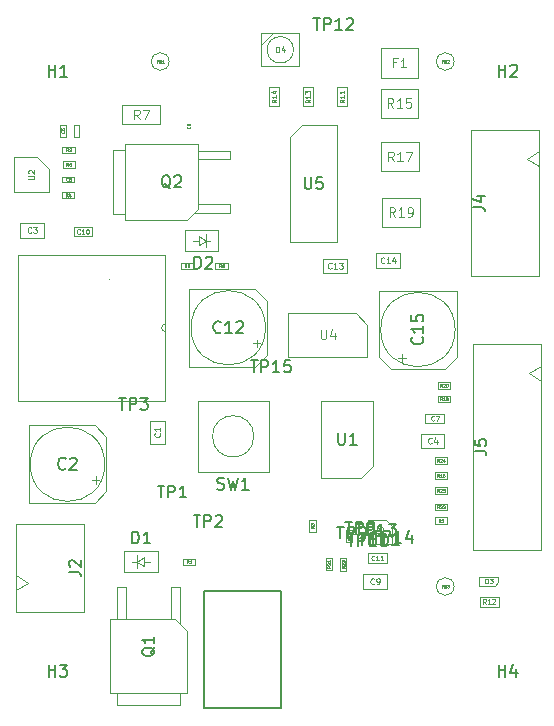
<source format=gbr>
%TF.GenerationSoftware,KiCad,Pcbnew,(6.0.1-0)*%
%TF.CreationDate,2024-02-04T22:08:59-06:00*%
%TF.ProjectId,tackle_sensor_hardware,7461636b-6c65-45f7-9365-6e736f725f68,REV1*%
%TF.SameCoordinates,Original*%
%TF.FileFunction,AssemblyDrawing,Top*%
%FSLAX46Y46*%
G04 Gerber Fmt 4.6, Leading zero omitted, Abs format (unit mm)*
G04 Created by KiCad (PCBNEW (6.0.1-0)) date 2024-02-04 22:08:59*
%MOMM*%
%LPD*%
G01*
G04 APERTURE LIST*
%ADD10C,0.060000*%
%ADD11C,0.100000*%
%ADD12C,0.040000*%
%ADD13C,0.150000*%
%ADD14C,0.120000*%
%ADD15C,0.075000*%
%ADD16C,0.080000*%
%ADD17C,0.127000*%
G04 APERTURE END LIST*
D10*
%TO.C,R14*%
X180012952Y-79442142D02*
X179822476Y-79575476D01*
X180012952Y-79670714D02*
X179612952Y-79670714D01*
X179612952Y-79518333D01*
X179632000Y-79480238D01*
X179651047Y-79461190D01*
X179689142Y-79442142D01*
X179746285Y-79442142D01*
X179784380Y-79461190D01*
X179803428Y-79480238D01*
X179822476Y-79518333D01*
X179822476Y-79670714D01*
X180012952Y-79061190D02*
X180012952Y-79289761D01*
X180012952Y-79175476D02*
X179612952Y-79175476D01*
X179670095Y-79213571D01*
X179708190Y-79251666D01*
X179727238Y-79289761D01*
X179746285Y-78718333D02*
X180012952Y-78718333D01*
X179593904Y-78813571D02*
X179879619Y-78908809D01*
X179879619Y-78661190D01*
D11*
%TO.C,U2*%
X159001890Y-86171152D02*
X159406652Y-86171152D01*
X159454271Y-86147342D01*
X159478080Y-86123533D01*
X159501890Y-86075914D01*
X159501890Y-85980676D01*
X159478080Y-85933057D01*
X159454271Y-85909247D01*
X159406652Y-85885438D01*
X159001890Y-85885438D01*
X159049509Y-85671152D02*
X159025700Y-85647342D01*
X159001890Y-85599723D01*
X159001890Y-85480676D01*
X159025700Y-85433057D01*
X159049509Y-85409247D01*
X159097128Y-85385438D01*
X159144747Y-85385438D01*
X159216176Y-85409247D01*
X159501890Y-85694961D01*
X159501890Y-85385438D01*
D12*
%TO.C,FID2*%
X194095714Y-76185714D02*
X194029047Y-76185714D01*
X194029047Y-76290476D02*
X194029047Y-76090476D01*
X194124285Y-76090476D01*
X194200476Y-76290476D02*
X194200476Y-76090476D01*
X194295714Y-76290476D02*
X194295714Y-76090476D01*
X194343333Y-76090476D01*
X194371904Y-76100000D01*
X194390952Y-76119047D01*
X194400476Y-76138095D01*
X194410000Y-76176190D01*
X194410000Y-76204761D01*
X194400476Y-76242857D01*
X194390952Y-76261904D01*
X194371904Y-76280952D01*
X194343333Y-76290476D01*
X194295714Y-76290476D01*
X194486190Y-76109523D02*
X194495714Y-76100000D01*
X194514761Y-76090476D01*
X194562380Y-76090476D01*
X194581428Y-76100000D01*
X194590952Y-76109523D01*
X194600476Y-76128571D01*
X194600476Y-76147619D01*
X194590952Y-76176190D01*
X194476666Y-76290476D01*
X194600476Y-76290476D01*
D13*
%TO.C,H3*%
X160718795Y-128279580D02*
X160718795Y-127279580D01*
X160718795Y-127755771D02*
X161290223Y-127755771D01*
X161290223Y-128279580D02*
X161290223Y-127279580D01*
X161671176Y-127279580D02*
X162290223Y-127279580D01*
X161956890Y-127660533D01*
X162099747Y-127660533D01*
X162194985Y-127708152D01*
X162242604Y-127755771D01*
X162290223Y-127851009D01*
X162290223Y-128089104D01*
X162242604Y-128184342D01*
X162194985Y-128231961D01*
X162099747Y-128279580D01*
X161814033Y-128279580D01*
X161718795Y-128231961D01*
X161671176Y-128184342D01*
D12*
%TO.C,R16*%
X193755857Y-111369619D02*
X193669190Y-111245809D01*
X193607285Y-111369619D02*
X193607285Y-111109619D01*
X193706333Y-111109619D01*
X193731095Y-111122000D01*
X193743476Y-111134380D01*
X193755857Y-111159142D01*
X193755857Y-111196285D01*
X193743476Y-111221047D01*
X193731095Y-111233428D01*
X193706333Y-111245809D01*
X193607285Y-111245809D01*
X194003476Y-111369619D02*
X193854904Y-111369619D01*
X193929190Y-111369619D02*
X193929190Y-111109619D01*
X193904428Y-111146761D01*
X193879666Y-111171523D01*
X193854904Y-111183904D01*
X194226333Y-111109619D02*
X194176809Y-111109619D01*
X194152047Y-111122000D01*
X194139666Y-111134380D01*
X194114904Y-111171523D01*
X194102523Y-111221047D01*
X194102523Y-111320095D01*
X194114904Y-111344857D01*
X194127285Y-111357238D01*
X194152047Y-111369619D01*
X194201571Y-111369619D01*
X194226333Y-111357238D01*
X194238714Y-111344857D01*
X194251095Y-111320095D01*
X194251095Y-111258190D01*
X194238714Y-111233428D01*
X194226333Y-111221047D01*
X194201571Y-111208666D01*
X194152047Y-111208666D01*
X194127285Y-111221047D01*
X194114904Y-111233428D01*
X194102523Y-111258190D01*
D13*
%TO.C,TP1*%
X169951795Y-112113580D02*
X170523223Y-112113580D01*
X170237509Y-113113580D02*
X170237509Y-112113580D01*
X170856557Y-113113580D02*
X170856557Y-112113580D01*
X171237509Y-112113580D01*
X171332747Y-112161200D01*
X171380366Y-112208819D01*
X171427985Y-112304057D01*
X171427985Y-112446914D01*
X171380366Y-112542152D01*
X171332747Y-112589771D01*
X171237509Y-112637390D01*
X170856557Y-112637390D01*
X172380366Y-113113580D02*
X171808938Y-113113580D01*
X172094652Y-113113580D02*
X172094652Y-112113580D01*
X171999414Y-112256438D01*
X171904176Y-112351676D01*
X171808938Y-112399295D01*
%TO.C,H4*%
X198818795Y-128279580D02*
X198818795Y-127279580D01*
X198818795Y-127755771D02*
X199390223Y-127755771D01*
X199390223Y-128279580D02*
X199390223Y-127279580D01*
X200294985Y-127612914D02*
X200294985Y-128279580D01*
X200056890Y-127231961D02*
X199818795Y-127946247D01*
X200437842Y-127946247D01*
D14*
%TO.C,R7*%
X168428066Y-81072104D02*
X168161400Y-80691152D01*
X167970923Y-81072104D02*
X167970923Y-80272104D01*
X168275685Y-80272104D01*
X168351876Y-80310200D01*
X168389971Y-80348295D01*
X168428066Y-80424485D01*
X168428066Y-80538771D01*
X168389971Y-80614961D01*
X168351876Y-80653057D01*
X168275685Y-80691152D01*
X167970923Y-80691152D01*
X168694733Y-80272104D02*
X169228066Y-80272104D01*
X168885209Y-81072104D01*
D12*
%TO.C,FID3*%
X194095714Y-120635714D02*
X194029047Y-120635714D01*
X194029047Y-120740476D02*
X194029047Y-120540476D01*
X194124285Y-120540476D01*
X194200476Y-120740476D02*
X194200476Y-120540476D01*
X194295714Y-120740476D02*
X194295714Y-120540476D01*
X194343333Y-120540476D01*
X194371904Y-120550000D01*
X194390952Y-120569047D01*
X194400476Y-120588095D01*
X194410000Y-120626190D01*
X194410000Y-120654761D01*
X194400476Y-120692857D01*
X194390952Y-120711904D01*
X194371904Y-120730952D01*
X194343333Y-120740476D01*
X194295714Y-120740476D01*
X194476666Y-120540476D02*
X194600476Y-120540476D01*
X194533809Y-120616666D01*
X194562380Y-120616666D01*
X194581428Y-120626190D01*
X194590952Y-120635714D01*
X194600476Y-120654761D01*
X194600476Y-120702380D01*
X194590952Y-120721428D01*
X194581428Y-120730952D01*
X194562380Y-120740476D01*
X194505238Y-120740476D01*
X194486190Y-120730952D01*
X194476666Y-120721428D01*
%TO.C,R1*%
X172569366Y-118673819D02*
X172482700Y-118550009D01*
X172420795Y-118673819D02*
X172420795Y-118413819D01*
X172519842Y-118413819D01*
X172544604Y-118426200D01*
X172556985Y-118438580D01*
X172569366Y-118463342D01*
X172569366Y-118500485D01*
X172556985Y-118525247D01*
X172544604Y-118537628D01*
X172519842Y-118550009D01*
X172420795Y-118550009D01*
X172816985Y-118673819D02*
X172668414Y-118673819D01*
X172742700Y-118673819D02*
X172742700Y-118413819D01*
X172717938Y-118450961D01*
X172693176Y-118475723D01*
X172668414Y-118488104D01*
D10*
%TO.C,C11*%
X188292357Y-118394257D02*
X188273309Y-118413304D01*
X188216166Y-118432352D01*
X188178071Y-118432352D01*
X188120928Y-118413304D01*
X188082833Y-118375209D01*
X188063785Y-118337114D01*
X188044738Y-118260923D01*
X188044738Y-118203780D01*
X188063785Y-118127590D01*
X188082833Y-118089495D01*
X188120928Y-118051400D01*
X188178071Y-118032352D01*
X188216166Y-118032352D01*
X188273309Y-118051400D01*
X188292357Y-118070447D01*
X188673309Y-118432352D02*
X188444738Y-118432352D01*
X188559023Y-118432352D02*
X188559023Y-118032352D01*
X188520928Y-118089495D01*
X188482833Y-118127590D01*
X188444738Y-118146638D01*
X189054261Y-118432352D02*
X188825690Y-118432352D01*
X188939976Y-118432352D02*
X188939976Y-118032352D01*
X188901880Y-118089495D01*
X188863785Y-118127590D01*
X188825690Y-118146638D01*
D14*
%TO.C,R19*%
X190043514Y-89352504D02*
X189776847Y-88971552D01*
X189586371Y-89352504D02*
X189586371Y-88552504D01*
X189891133Y-88552504D01*
X189967323Y-88590600D01*
X190005419Y-88628695D01*
X190043514Y-88704885D01*
X190043514Y-88819171D01*
X190005419Y-88895361D01*
X189967323Y-88933457D01*
X189891133Y-88971552D01*
X189586371Y-88971552D01*
X190805419Y-89352504D02*
X190348276Y-89352504D01*
X190576847Y-89352504D02*
X190576847Y-88552504D01*
X190500657Y-88666790D01*
X190424466Y-88742980D01*
X190348276Y-88781076D01*
X191186371Y-89352504D02*
X191338752Y-89352504D01*
X191414942Y-89314409D01*
X191453038Y-89276314D01*
X191529228Y-89162028D01*
X191567323Y-89009647D01*
X191567323Y-88704885D01*
X191529228Y-88628695D01*
X191491133Y-88590600D01*
X191414942Y-88552504D01*
X191262561Y-88552504D01*
X191186371Y-88590600D01*
X191148276Y-88628695D01*
X191110180Y-88704885D01*
X191110180Y-88895361D01*
X191148276Y-88971552D01*
X191186371Y-89009647D01*
X191262561Y-89047742D01*
X191414942Y-89047742D01*
X191491133Y-89009647D01*
X191529228Y-88971552D01*
X191567323Y-88895361D01*
%TO.C,R17*%
X189941914Y-84628104D02*
X189675247Y-84247152D01*
X189484771Y-84628104D02*
X189484771Y-83828104D01*
X189789533Y-83828104D01*
X189865723Y-83866200D01*
X189903819Y-83904295D01*
X189941914Y-83980485D01*
X189941914Y-84094771D01*
X189903819Y-84170961D01*
X189865723Y-84209057D01*
X189789533Y-84247152D01*
X189484771Y-84247152D01*
X190703819Y-84628104D02*
X190246676Y-84628104D01*
X190475247Y-84628104D02*
X190475247Y-83828104D01*
X190399057Y-83942390D01*
X190322866Y-84018580D01*
X190246676Y-84056676D01*
X190970485Y-83828104D02*
X191503819Y-83828104D01*
X191160961Y-84628104D01*
D12*
%TO.C,FID1*%
X169965714Y-76185714D02*
X169899047Y-76185714D01*
X169899047Y-76290476D02*
X169899047Y-76090476D01*
X169994285Y-76090476D01*
X170070476Y-76290476D02*
X170070476Y-76090476D01*
X170165714Y-76290476D02*
X170165714Y-76090476D01*
X170213333Y-76090476D01*
X170241904Y-76100000D01*
X170260952Y-76119047D01*
X170270476Y-76138095D01*
X170280000Y-76176190D01*
X170280000Y-76204761D01*
X170270476Y-76242857D01*
X170260952Y-76261904D01*
X170241904Y-76280952D01*
X170213333Y-76290476D01*
X170165714Y-76290476D01*
X170470476Y-76290476D02*
X170356190Y-76290476D01*
X170413333Y-76290476D02*
X170413333Y-76090476D01*
X170394285Y-76119047D01*
X170375238Y-76138095D01*
X170356190Y-76147619D01*
D15*
%TO.C,U3*%
X188516690Y-116397152D02*
X188921452Y-116397152D01*
X188969071Y-116373342D01*
X188992880Y-116349533D01*
X189016690Y-116301914D01*
X189016690Y-116206676D01*
X188992880Y-116159057D01*
X188969071Y-116135247D01*
X188921452Y-116111438D01*
X188516690Y-116111438D01*
X188516690Y-115920961D02*
X188516690Y-115611438D01*
X188707166Y-115778104D01*
X188707166Y-115706676D01*
X188730976Y-115659057D01*
X188754785Y-115635247D01*
X188802404Y-115611438D01*
X188921452Y-115611438D01*
X188969071Y-115635247D01*
X188992880Y-115659057D01*
X189016690Y-115706676D01*
X189016690Y-115849533D01*
X188992880Y-115897152D01*
X188969071Y-115920961D01*
D10*
%TO.C,C7*%
X193354333Y-106568857D02*
X193335285Y-106587904D01*
X193278142Y-106606952D01*
X193240047Y-106606952D01*
X193182904Y-106587904D01*
X193144809Y-106549809D01*
X193125761Y-106511714D01*
X193106714Y-106435523D01*
X193106714Y-106378380D01*
X193125761Y-106302190D01*
X193144809Y-106264095D01*
X193182904Y-106226000D01*
X193240047Y-106206952D01*
X193278142Y-106206952D01*
X193335285Y-106226000D01*
X193354333Y-106245047D01*
X193487666Y-106206952D02*
X193754333Y-106206952D01*
X193582904Y-106606952D01*
D13*
%TO.C,J2*%
X162444080Y-119417533D02*
X163158366Y-119417533D01*
X163301223Y-119465152D01*
X163396461Y-119560390D01*
X163444080Y-119703247D01*
X163444080Y-119798485D01*
X162539319Y-118988961D02*
X162491700Y-118941342D01*
X162444080Y-118846104D01*
X162444080Y-118608009D01*
X162491700Y-118512771D01*
X162539319Y-118465152D01*
X162634557Y-118417533D01*
X162729795Y-118417533D01*
X162872652Y-118465152D01*
X163444080Y-119036580D01*
X163444080Y-118417533D01*
D10*
%TO.C,R12*%
X197761257Y-122113152D02*
X197627923Y-121922676D01*
X197532685Y-122113152D02*
X197532685Y-121713152D01*
X197685066Y-121713152D01*
X197723161Y-121732200D01*
X197742209Y-121751247D01*
X197761257Y-121789342D01*
X197761257Y-121846485D01*
X197742209Y-121884580D01*
X197723161Y-121903628D01*
X197685066Y-121922676D01*
X197532685Y-121922676D01*
X198142209Y-122113152D02*
X197913638Y-122113152D01*
X198027923Y-122113152D02*
X198027923Y-121713152D01*
X197989828Y-121770295D01*
X197951733Y-121808390D01*
X197913638Y-121827438D01*
X198294590Y-121751247D02*
X198313638Y-121732200D01*
X198351733Y-121713152D01*
X198446971Y-121713152D01*
X198485066Y-121732200D01*
X198504114Y-121751247D01*
X198523161Y-121789342D01*
X198523161Y-121827438D01*
X198504114Y-121884580D01*
X198275542Y-122113152D01*
X198523161Y-122113152D01*
D16*
%TO.C,C3*%
X159258366Y-90667771D02*
X159234557Y-90691580D01*
X159163128Y-90715390D01*
X159115509Y-90715390D01*
X159044080Y-90691580D01*
X158996461Y-90643961D01*
X158972652Y-90596342D01*
X158948842Y-90501104D01*
X158948842Y-90429676D01*
X158972652Y-90334438D01*
X158996461Y-90286819D01*
X159044080Y-90239200D01*
X159115509Y-90215390D01*
X159163128Y-90215390D01*
X159234557Y-90239200D01*
X159258366Y-90263009D01*
X159425033Y-90215390D02*
X159734557Y-90215390D01*
X159567890Y-90405866D01*
X159639319Y-90405866D01*
X159686938Y-90429676D01*
X159710747Y-90453485D01*
X159734557Y-90501104D01*
X159734557Y-90620152D01*
X159710747Y-90667771D01*
X159686938Y-90691580D01*
X159639319Y-90715390D01*
X159496461Y-90715390D01*
X159448842Y-90691580D01*
X159425033Y-90667771D01*
D13*
%TO.C,C2*%
X162157033Y-110658342D02*
X162109414Y-110705961D01*
X161966557Y-110753580D01*
X161871319Y-110753580D01*
X161728461Y-110705961D01*
X161633223Y-110610723D01*
X161585604Y-110515485D01*
X161537985Y-110325009D01*
X161537985Y-110182152D01*
X161585604Y-109991676D01*
X161633223Y-109896438D01*
X161728461Y-109801200D01*
X161871319Y-109753580D01*
X161966557Y-109753580D01*
X162109414Y-109801200D01*
X162157033Y-109848819D01*
X162537985Y-109848819D02*
X162585604Y-109801200D01*
X162680842Y-109753580D01*
X162918938Y-109753580D01*
X163014176Y-109801200D01*
X163061795Y-109848819D01*
X163109414Y-109944057D01*
X163109414Y-110039295D01*
X163061795Y-110182152D01*
X162490366Y-110753580D01*
X163109414Y-110753580D01*
D12*
%TO.C,R3*%
X183167719Y-115549533D02*
X183043909Y-115636200D01*
X183167719Y-115698104D02*
X182907719Y-115698104D01*
X182907719Y-115599057D01*
X182920100Y-115574295D01*
X182932480Y-115561914D01*
X182957242Y-115549533D01*
X182994385Y-115549533D01*
X183019147Y-115561914D01*
X183031528Y-115574295D01*
X183043909Y-115599057D01*
X183043909Y-115698104D01*
X182907719Y-115462866D02*
X182907719Y-115301914D01*
X183006766Y-115388580D01*
X183006766Y-115351438D01*
X183019147Y-115326676D01*
X183031528Y-115314295D01*
X183056290Y-115301914D01*
X183118195Y-115301914D01*
X183142957Y-115314295D01*
X183155338Y-115326676D01*
X183167719Y-115351438D01*
X183167719Y-115425723D01*
X183155338Y-115450485D01*
X183142957Y-115462866D01*
%TO.C,R20*%
X194015857Y-103749619D02*
X193929190Y-103625809D01*
X193867285Y-103749619D02*
X193867285Y-103489619D01*
X193966333Y-103489619D01*
X193991095Y-103502000D01*
X194003476Y-103514380D01*
X194015857Y-103539142D01*
X194015857Y-103576285D01*
X194003476Y-103601047D01*
X193991095Y-103613428D01*
X193966333Y-103625809D01*
X193867285Y-103625809D01*
X194114904Y-103514380D02*
X194127285Y-103502000D01*
X194152047Y-103489619D01*
X194213952Y-103489619D01*
X194238714Y-103502000D01*
X194251095Y-103514380D01*
X194263476Y-103539142D01*
X194263476Y-103563904D01*
X194251095Y-103601047D01*
X194102523Y-103749619D01*
X194263476Y-103749619D01*
X194424428Y-103489619D02*
X194449190Y-103489619D01*
X194473952Y-103502000D01*
X194486333Y-103514380D01*
X194498714Y-103539142D01*
X194511095Y-103588666D01*
X194511095Y-103650571D01*
X194498714Y-103700095D01*
X194486333Y-103724857D01*
X194473952Y-103737238D01*
X194449190Y-103749619D01*
X194424428Y-103749619D01*
X194399666Y-103737238D01*
X194387285Y-103724857D01*
X194374904Y-103700095D01*
X194362523Y-103650571D01*
X194362523Y-103588666D01*
X194374904Y-103539142D01*
X194387285Y-103514380D01*
X194399666Y-103502000D01*
X194424428Y-103489619D01*
D10*
%TO.C,R11*%
X185753352Y-79442142D02*
X185562876Y-79575476D01*
X185753352Y-79670714D02*
X185353352Y-79670714D01*
X185353352Y-79518333D01*
X185372400Y-79480238D01*
X185391447Y-79461190D01*
X185429542Y-79442142D01*
X185486685Y-79442142D01*
X185524780Y-79461190D01*
X185543828Y-79480238D01*
X185562876Y-79518333D01*
X185562876Y-79670714D01*
X185753352Y-79061190D02*
X185753352Y-79289761D01*
X185753352Y-79175476D02*
X185353352Y-79175476D01*
X185410495Y-79213571D01*
X185448590Y-79251666D01*
X185467638Y-79289761D01*
X185753352Y-78680238D02*
X185753352Y-78908809D01*
X185753352Y-78794523D02*
X185353352Y-78794523D01*
X185410495Y-78832619D01*
X185448590Y-78870714D01*
X185467638Y-78908809D01*
D12*
%TO.C,R4*%
X162329166Y-87635019D02*
X162242500Y-87511209D01*
X162180595Y-87635019D02*
X162180595Y-87375019D01*
X162279642Y-87375019D01*
X162304404Y-87387400D01*
X162316785Y-87399780D01*
X162329166Y-87424542D01*
X162329166Y-87461685D01*
X162316785Y-87486447D01*
X162304404Y-87498828D01*
X162279642Y-87511209D01*
X162180595Y-87511209D01*
X162552023Y-87461685D02*
X162552023Y-87635019D01*
X162490119Y-87362638D02*
X162428214Y-87548352D01*
X162589166Y-87548352D01*
D13*
%TO.C,TP11*%
X187001604Y-116139780D02*
X187573033Y-116139780D01*
X187287319Y-117139780D02*
X187287319Y-116139780D01*
X187906366Y-117139780D02*
X187906366Y-116139780D01*
X188287319Y-116139780D01*
X188382557Y-116187400D01*
X188430176Y-116235019D01*
X188477795Y-116330257D01*
X188477795Y-116473114D01*
X188430176Y-116568352D01*
X188382557Y-116615971D01*
X188287319Y-116663590D01*
X187906366Y-116663590D01*
X189430176Y-117139780D02*
X188858747Y-117139780D01*
X189144461Y-117139780D02*
X189144461Y-116139780D01*
X189049223Y-116282638D01*
X188953985Y-116377876D01*
X188858747Y-116425495D01*
X190382557Y-117139780D02*
X189811128Y-117139780D01*
X190096842Y-117139780D02*
X190096842Y-116139780D01*
X190001604Y-116282638D01*
X189906366Y-116377876D01*
X189811128Y-116425495D01*
%TO.C,C15*%
X192348042Y-99539457D02*
X192395661Y-99587076D01*
X192443280Y-99729933D01*
X192443280Y-99825171D01*
X192395661Y-99968028D01*
X192300423Y-100063266D01*
X192205185Y-100110885D01*
X192014709Y-100158504D01*
X191871852Y-100158504D01*
X191681376Y-100110885D01*
X191586138Y-100063266D01*
X191490900Y-99968028D01*
X191443280Y-99825171D01*
X191443280Y-99729933D01*
X191490900Y-99587076D01*
X191538519Y-99539457D01*
X192443280Y-98587076D02*
X192443280Y-99158504D01*
X192443280Y-98872790D02*
X191443280Y-98872790D01*
X191586138Y-98968028D01*
X191681376Y-99063266D01*
X191728995Y-99158504D01*
X191443280Y-97682314D02*
X191443280Y-98158504D01*
X191919471Y-98206123D01*
X191871852Y-98158504D01*
X191824233Y-98063266D01*
X191824233Y-97825171D01*
X191871852Y-97729933D01*
X191919471Y-97682314D01*
X192014709Y-97634695D01*
X192252804Y-97634695D01*
X192348042Y-97682314D01*
X192395661Y-97729933D01*
X192443280Y-97825171D01*
X192443280Y-98063266D01*
X192395661Y-98158504D01*
X192348042Y-98206123D01*
%TO.C,SW1*%
X175011166Y-112393761D02*
X175154023Y-112441380D01*
X175392119Y-112441380D01*
X175487357Y-112393761D01*
X175534976Y-112346142D01*
X175582595Y-112250904D01*
X175582595Y-112155666D01*
X175534976Y-112060428D01*
X175487357Y-112012809D01*
X175392119Y-111965190D01*
X175201642Y-111917571D01*
X175106404Y-111869952D01*
X175058785Y-111822333D01*
X175011166Y-111727095D01*
X175011166Y-111631857D01*
X175058785Y-111536619D01*
X175106404Y-111489000D01*
X175201642Y-111441380D01*
X175439738Y-111441380D01*
X175582595Y-111489000D01*
X175915928Y-111441380D02*
X176154023Y-112441380D01*
X176344500Y-111727095D01*
X176534976Y-112441380D01*
X176773071Y-111441380D01*
X177677833Y-112441380D02*
X177106404Y-112441380D01*
X177392119Y-112441380D02*
X177392119Y-111441380D01*
X177296880Y-111584238D01*
X177201642Y-111679476D01*
X177106404Y-111727095D01*
%TO.C,U1*%
X185234595Y-107645380D02*
X185234595Y-108454904D01*
X185282214Y-108550142D01*
X185329833Y-108597761D01*
X185425071Y-108645380D01*
X185615547Y-108645380D01*
X185710785Y-108597761D01*
X185758404Y-108550142D01*
X185806023Y-108454904D01*
X185806023Y-107645380D01*
X186806023Y-108645380D02*
X186234595Y-108645380D01*
X186520309Y-108645380D02*
X186520309Y-107645380D01*
X186425071Y-107788238D01*
X186329833Y-107883476D01*
X186234595Y-107931095D01*
D12*
%TO.C,R18*%
X194015857Y-104892619D02*
X193929190Y-104768809D01*
X193867285Y-104892619D02*
X193867285Y-104632619D01*
X193966333Y-104632619D01*
X193991095Y-104645000D01*
X194003476Y-104657380D01*
X194015857Y-104682142D01*
X194015857Y-104719285D01*
X194003476Y-104744047D01*
X193991095Y-104756428D01*
X193966333Y-104768809D01*
X193867285Y-104768809D01*
X194263476Y-104892619D02*
X194114904Y-104892619D01*
X194189190Y-104892619D02*
X194189190Y-104632619D01*
X194164428Y-104669761D01*
X194139666Y-104694523D01*
X194114904Y-104706904D01*
X194412047Y-104744047D02*
X194387285Y-104731666D01*
X194374904Y-104719285D01*
X194362523Y-104694523D01*
X194362523Y-104682142D01*
X194374904Y-104657380D01*
X194387285Y-104645000D01*
X194412047Y-104632619D01*
X194461571Y-104632619D01*
X194486333Y-104645000D01*
X194498714Y-104657380D01*
X194511095Y-104682142D01*
X194511095Y-104694523D01*
X194498714Y-104719285D01*
X194486333Y-104731666D01*
X194461571Y-104744047D01*
X194412047Y-104744047D01*
X194387285Y-104756428D01*
X194374904Y-104768809D01*
X194362523Y-104793571D01*
X194362523Y-104843095D01*
X194374904Y-104867857D01*
X194387285Y-104880238D01*
X194412047Y-104892619D01*
X194461571Y-104892619D01*
X194486333Y-104880238D01*
X194498714Y-104867857D01*
X194511095Y-104843095D01*
X194511095Y-104793571D01*
X194498714Y-104768809D01*
X194486333Y-104756428D01*
X194461571Y-104744047D01*
D16*
%TO.C,C9*%
X188285566Y-120411171D02*
X188261757Y-120434980D01*
X188190328Y-120458790D01*
X188142709Y-120458790D01*
X188071280Y-120434980D01*
X188023661Y-120387361D01*
X187999852Y-120339742D01*
X187976042Y-120244504D01*
X187976042Y-120173076D01*
X187999852Y-120077838D01*
X188023661Y-120030219D01*
X188071280Y-119982600D01*
X188142709Y-119958790D01*
X188190328Y-119958790D01*
X188261757Y-119982600D01*
X188285566Y-120006409D01*
X188523661Y-120458790D02*
X188618900Y-120458790D01*
X188666519Y-120434980D01*
X188690328Y-120411171D01*
X188737947Y-120339742D01*
X188761757Y-120244504D01*
X188761757Y-120054028D01*
X188737947Y-120006409D01*
X188714138Y-119982600D01*
X188666519Y-119958790D01*
X188571280Y-119958790D01*
X188523661Y-119982600D01*
X188499852Y-120006409D01*
X188476042Y-120054028D01*
X188476042Y-120173076D01*
X188499852Y-120220695D01*
X188523661Y-120244504D01*
X188571280Y-120268314D01*
X188666519Y-120268314D01*
X188714138Y-120244504D01*
X188737947Y-120220695D01*
X188761757Y-120173076D01*
D13*
%TO.C,U5*%
X182405033Y-86015533D02*
X182405033Y-86808866D01*
X182451700Y-86902200D01*
X182498366Y-86948866D01*
X182591700Y-86995533D01*
X182778366Y-86995533D01*
X182871700Y-86948866D01*
X182918366Y-86902200D01*
X182965033Y-86808866D01*
X182965033Y-86015533D01*
X183898366Y-86015533D02*
X183431700Y-86015533D01*
X183385033Y-86482200D01*
X183431700Y-86435533D01*
X183525033Y-86388866D01*
X183758366Y-86388866D01*
X183851700Y-86435533D01*
X183898366Y-86482200D01*
X183945033Y-86575533D01*
X183945033Y-86808866D01*
X183898366Y-86902200D01*
X183851700Y-86948866D01*
X183758366Y-86995533D01*
X183525033Y-86995533D01*
X183431700Y-86948866D01*
X183385033Y-86902200D01*
%TO.C,TP13*%
X186747604Y-115326980D02*
X187319033Y-115326980D01*
X187033319Y-116326980D02*
X187033319Y-115326980D01*
X187652366Y-116326980D02*
X187652366Y-115326980D01*
X188033319Y-115326980D01*
X188128557Y-115374600D01*
X188176176Y-115422219D01*
X188223795Y-115517457D01*
X188223795Y-115660314D01*
X188176176Y-115755552D01*
X188128557Y-115803171D01*
X188033319Y-115850790D01*
X187652366Y-115850790D01*
X189176176Y-116326980D02*
X188604747Y-116326980D01*
X188890461Y-116326980D02*
X188890461Y-115326980D01*
X188795223Y-115469838D01*
X188699985Y-115565076D01*
X188604747Y-115612695D01*
X189509509Y-115326980D02*
X190128557Y-115326980D01*
X189795223Y-115707933D01*
X189938080Y-115707933D01*
X190033319Y-115755552D01*
X190080938Y-115803171D01*
X190128557Y-115898409D01*
X190128557Y-116136504D01*
X190080938Y-116231742D01*
X190033319Y-116279361D01*
X189938080Y-116326980D01*
X189652366Y-116326980D01*
X189557128Y-116279361D01*
X189509509Y-116231742D01*
%TO.C,TP8*%
X185852195Y-115174580D02*
X186423623Y-115174580D01*
X186137909Y-116174580D02*
X186137909Y-115174580D01*
X186756957Y-116174580D02*
X186756957Y-115174580D01*
X187137909Y-115174580D01*
X187233147Y-115222200D01*
X187280766Y-115269819D01*
X187328385Y-115365057D01*
X187328385Y-115507914D01*
X187280766Y-115603152D01*
X187233147Y-115650771D01*
X187137909Y-115698390D01*
X186756957Y-115698390D01*
X187899814Y-115603152D02*
X187804576Y-115555533D01*
X187756957Y-115507914D01*
X187709338Y-115412676D01*
X187709338Y-115365057D01*
X187756957Y-115269819D01*
X187804576Y-115222200D01*
X187899814Y-115174580D01*
X188090290Y-115174580D01*
X188185528Y-115222200D01*
X188233147Y-115269819D01*
X188280766Y-115365057D01*
X188280766Y-115412676D01*
X188233147Y-115507914D01*
X188185528Y-115555533D01*
X188090290Y-115603152D01*
X187899814Y-115603152D01*
X187804576Y-115650771D01*
X187756957Y-115698390D01*
X187709338Y-115793628D01*
X187709338Y-115984104D01*
X187756957Y-116079342D01*
X187804576Y-116126961D01*
X187899814Y-116174580D01*
X188090290Y-116174580D01*
X188185528Y-116126961D01*
X188233147Y-116079342D01*
X188280766Y-115984104D01*
X188280766Y-115793628D01*
X188233147Y-115698390D01*
X188185528Y-115650771D01*
X188090290Y-115603152D01*
D12*
%TO.C,R9*%
X172387566Y-93629419D02*
X172300900Y-93505609D01*
X172238995Y-93629419D02*
X172238995Y-93369419D01*
X172338042Y-93369419D01*
X172362804Y-93381800D01*
X172375185Y-93394180D01*
X172387566Y-93418942D01*
X172387566Y-93456085D01*
X172375185Y-93480847D01*
X172362804Y-93493228D01*
X172338042Y-93505609D01*
X172238995Y-93505609D01*
X172511376Y-93629419D02*
X172560900Y-93629419D01*
X172585661Y-93617038D01*
X172598042Y-93604657D01*
X172622804Y-93567514D01*
X172635185Y-93517990D01*
X172635185Y-93418942D01*
X172622804Y-93394180D01*
X172610423Y-93381800D01*
X172585661Y-93369419D01*
X172536138Y-93369419D01*
X172511376Y-93381800D01*
X172498995Y-93394180D01*
X172486614Y-93418942D01*
X172486614Y-93480847D01*
X172498995Y-93505609D01*
X172511376Y-93517990D01*
X172536138Y-93530371D01*
X172585661Y-93530371D01*
X172610423Y-93517990D01*
X172622804Y-93505609D01*
X172635185Y-93480847D01*
%TO.C,R2*%
X162379966Y-83819819D02*
X162293300Y-83696009D01*
X162231395Y-83819819D02*
X162231395Y-83559819D01*
X162330442Y-83559819D01*
X162355204Y-83572200D01*
X162367585Y-83584580D01*
X162379966Y-83609342D01*
X162379966Y-83646485D01*
X162367585Y-83671247D01*
X162355204Y-83683628D01*
X162330442Y-83696009D01*
X162231395Y-83696009D01*
X162479014Y-83584580D02*
X162491395Y-83572200D01*
X162516157Y-83559819D01*
X162578061Y-83559819D01*
X162602823Y-83572200D01*
X162615204Y-83584580D01*
X162627585Y-83609342D01*
X162627585Y-83634104D01*
X162615204Y-83671247D01*
X162466633Y-83819819D01*
X162627585Y-83819819D01*
%TO.C,R22*%
X193763857Y-114036619D02*
X193677190Y-113912809D01*
X193615285Y-114036619D02*
X193615285Y-113776619D01*
X193714333Y-113776619D01*
X193739095Y-113789000D01*
X193751476Y-113801380D01*
X193763857Y-113826142D01*
X193763857Y-113863285D01*
X193751476Y-113888047D01*
X193739095Y-113900428D01*
X193714333Y-113912809D01*
X193615285Y-113912809D01*
X193862904Y-113801380D02*
X193875285Y-113789000D01*
X193900047Y-113776619D01*
X193961952Y-113776619D01*
X193986714Y-113789000D01*
X193999095Y-113801380D01*
X194011476Y-113826142D01*
X194011476Y-113850904D01*
X193999095Y-113888047D01*
X193850523Y-114036619D01*
X194011476Y-114036619D01*
X194110523Y-113801380D02*
X194122904Y-113789000D01*
X194147666Y-113776619D01*
X194209571Y-113776619D01*
X194234333Y-113789000D01*
X194246714Y-113801380D01*
X194259095Y-113826142D01*
X194259095Y-113850904D01*
X194246714Y-113888047D01*
X194098142Y-114036619D01*
X194259095Y-114036619D01*
%TO.C,R23*%
X185791619Y-118939542D02*
X185667809Y-119026209D01*
X185791619Y-119088114D02*
X185531619Y-119088114D01*
X185531619Y-118989066D01*
X185544000Y-118964304D01*
X185556380Y-118951923D01*
X185581142Y-118939542D01*
X185618285Y-118939542D01*
X185643047Y-118951923D01*
X185655428Y-118964304D01*
X185667809Y-118989066D01*
X185667809Y-119088114D01*
X185556380Y-118840495D02*
X185544000Y-118828114D01*
X185531619Y-118803352D01*
X185531619Y-118741447D01*
X185544000Y-118716685D01*
X185556380Y-118704304D01*
X185581142Y-118691923D01*
X185605904Y-118691923D01*
X185643047Y-118704304D01*
X185791619Y-118852876D01*
X185791619Y-118691923D01*
X185531619Y-118605257D02*
X185531619Y-118444304D01*
X185630666Y-118530971D01*
X185630666Y-118493828D01*
X185643047Y-118469066D01*
X185655428Y-118456685D01*
X185680190Y-118444304D01*
X185742095Y-118444304D01*
X185766857Y-118456685D01*
X185779238Y-118469066D01*
X185791619Y-118493828D01*
X185791619Y-118568114D01*
X185779238Y-118592876D01*
X185766857Y-118605257D01*
%TO.C,R8*%
X175333966Y-93629419D02*
X175247300Y-93505609D01*
X175185395Y-93629419D02*
X175185395Y-93369419D01*
X175284442Y-93369419D01*
X175309204Y-93381800D01*
X175321585Y-93394180D01*
X175333966Y-93418942D01*
X175333966Y-93456085D01*
X175321585Y-93480847D01*
X175309204Y-93493228D01*
X175284442Y-93505609D01*
X175185395Y-93505609D01*
X175482538Y-93480847D02*
X175457776Y-93468466D01*
X175445395Y-93456085D01*
X175433014Y-93431323D01*
X175433014Y-93418942D01*
X175445395Y-93394180D01*
X175457776Y-93381800D01*
X175482538Y-93369419D01*
X175532061Y-93369419D01*
X175556823Y-93381800D01*
X175569204Y-93394180D01*
X175581585Y-93418942D01*
X175581585Y-93431323D01*
X175569204Y-93456085D01*
X175556823Y-93468466D01*
X175532061Y-93480847D01*
X175482538Y-93480847D01*
X175457776Y-93493228D01*
X175445395Y-93505609D01*
X175433014Y-93530371D01*
X175433014Y-93579895D01*
X175445395Y-93604657D01*
X175457776Y-93617038D01*
X175482538Y-93629419D01*
X175532061Y-93629419D01*
X175556823Y-93617038D01*
X175569204Y-93604657D01*
X175581585Y-93579895D01*
X175581585Y-93530371D01*
X175569204Y-93505609D01*
X175556823Y-93493228D01*
X175532061Y-93480847D01*
%TO.C,R5*%
X193887666Y-115179619D02*
X193801000Y-115055809D01*
X193739095Y-115179619D02*
X193739095Y-114919619D01*
X193838142Y-114919619D01*
X193862904Y-114932000D01*
X193875285Y-114944380D01*
X193887666Y-114969142D01*
X193887666Y-115006285D01*
X193875285Y-115031047D01*
X193862904Y-115043428D01*
X193838142Y-115055809D01*
X193739095Y-115055809D01*
X194122904Y-114919619D02*
X193999095Y-114919619D01*
X193986714Y-115043428D01*
X193999095Y-115031047D01*
X194023857Y-115018666D01*
X194085761Y-115018666D01*
X194110523Y-115031047D01*
X194122904Y-115043428D01*
X194135285Y-115068190D01*
X194135285Y-115130095D01*
X194122904Y-115154857D01*
X194110523Y-115167238D01*
X194085761Y-115179619D01*
X194023857Y-115179619D01*
X193999095Y-115167238D01*
X193986714Y-115154857D01*
D13*
%TO.C,Q1*%
X169730319Y-125798438D02*
X169682700Y-125893676D01*
X169587461Y-125988914D01*
X169444604Y-126131771D01*
X169396985Y-126227009D01*
X169396985Y-126322247D01*
X169635080Y-126274628D02*
X169587461Y-126369866D01*
X169492223Y-126465104D01*
X169301747Y-126512723D01*
X168968414Y-126512723D01*
X168777938Y-126465104D01*
X168682700Y-126369866D01*
X168635080Y-126274628D01*
X168635080Y-126084152D01*
X168682700Y-125988914D01*
X168777938Y-125893676D01*
X168968414Y-125846057D01*
X169301747Y-125846057D01*
X169492223Y-125893676D01*
X169587461Y-125988914D01*
X169635080Y-126084152D01*
X169635080Y-126274628D01*
X169635080Y-124893676D02*
X169635080Y-125465104D01*
X169635080Y-125179390D02*
X168635080Y-125179390D01*
X168777938Y-125274628D01*
X168873176Y-125369866D01*
X168920795Y-125465104D01*
D12*
%TO.C,C6*%
X172671985Y-81714466D02*
X172683890Y-81726371D01*
X172695795Y-81762085D01*
X172695795Y-81785895D01*
X172683890Y-81821609D01*
X172660080Y-81845419D01*
X172636271Y-81857323D01*
X172588652Y-81869228D01*
X172552938Y-81869228D01*
X172505319Y-81857323D01*
X172481509Y-81845419D01*
X172457700Y-81821609D01*
X172445795Y-81785895D01*
X172445795Y-81762085D01*
X172457700Y-81726371D01*
X172469604Y-81714466D01*
X172445795Y-81500180D02*
X172445795Y-81547800D01*
X172457700Y-81571609D01*
X172469604Y-81583514D01*
X172505319Y-81607323D01*
X172552938Y-81619228D01*
X172648176Y-81619228D01*
X172671985Y-81607323D01*
X172683890Y-81595419D01*
X172695795Y-81571609D01*
X172695795Y-81523990D01*
X172683890Y-81500180D01*
X172671985Y-81488276D01*
X172648176Y-81476371D01*
X172588652Y-81476371D01*
X172564842Y-81488276D01*
X172552938Y-81500180D01*
X172541033Y-81523990D01*
X172541033Y-81571609D01*
X172552938Y-81595419D01*
X172564842Y-81607323D01*
X172588652Y-81619228D01*
D10*
%TO.C,R13*%
X182857752Y-79442142D02*
X182667276Y-79575476D01*
X182857752Y-79670714D02*
X182457752Y-79670714D01*
X182457752Y-79518333D01*
X182476800Y-79480238D01*
X182495847Y-79461190D01*
X182533942Y-79442142D01*
X182591085Y-79442142D01*
X182629180Y-79461190D01*
X182648228Y-79480238D01*
X182667276Y-79518333D01*
X182667276Y-79670714D01*
X182857752Y-79061190D02*
X182857752Y-79289761D01*
X182857752Y-79175476D02*
X182457752Y-79175476D01*
X182514895Y-79213571D01*
X182552990Y-79251666D01*
X182572038Y-79289761D01*
X182457752Y-78927857D02*
X182457752Y-78680238D01*
X182610133Y-78813571D01*
X182610133Y-78756428D01*
X182629180Y-78718333D01*
X182648228Y-78699285D01*
X182686323Y-78680238D01*
X182781561Y-78680238D01*
X182819657Y-78699285D01*
X182838704Y-78718333D01*
X182857752Y-78756428D01*
X182857752Y-78870714D01*
X182838704Y-78908809D01*
X182819657Y-78927857D01*
D12*
%TO.C,R21*%
X184572419Y-118937542D02*
X184448609Y-119024209D01*
X184572419Y-119086114D02*
X184312419Y-119086114D01*
X184312419Y-118987066D01*
X184324800Y-118962304D01*
X184337180Y-118949923D01*
X184361942Y-118937542D01*
X184399085Y-118937542D01*
X184423847Y-118949923D01*
X184436228Y-118962304D01*
X184448609Y-118987066D01*
X184448609Y-119086114D01*
X184337180Y-118838495D02*
X184324800Y-118826114D01*
X184312419Y-118801352D01*
X184312419Y-118739447D01*
X184324800Y-118714685D01*
X184337180Y-118702304D01*
X184361942Y-118689923D01*
X184386704Y-118689923D01*
X184423847Y-118702304D01*
X184572419Y-118850876D01*
X184572419Y-118689923D01*
X184572419Y-118442304D02*
X184572419Y-118590876D01*
X184572419Y-118516590D02*
X184312419Y-118516590D01*
X184349561Y-118541352D01*
X184374323Y-118566114D01*
X184386704Y-118590876D01*
%TO.C,C8*%
X162355633Y-86280685D02*
X162343728Y-86292590D01*
X162308014Y-86304495D01*
X162284204Y-86304495D01*
X162248490Y-86292590D01*
X162224680Y-86268780D01*
X162212776Y-86244971D01*
X162200871Y-86197352D01*
X162200871Y-86161638D01*
X162212776Y-86114019D01*
X162224680Y-86090209D01*
X162248490Y-86066400D01*
X162284204Y-86054495D01*
X162308014Y-86054495D01*
X162343728Y-86066400D01*
X162355633Y-86078304D01*
X162498490Y-86161638D02*
X162474680Y-86149733D01*
X162462776Y-86137828D01*
X162450871Y-86114019D01*
X162450871Y-86102114D01*
X162462776Y-86078304D01*
X162474680Y-86066400D01*
X162498490Y-86054495D01*
X162546109Y-86054495D01*
X162569919Y-86066400D01*
X162581823Y-86078304D01*
X162593728Y-86102114D01*
X162593728Y-86114019D01*
X162581823Y-86137828D01*
X162569919Y-86149733D01*
X162546109Y-86161638D01*
X162498490Y-86161638D01*
X162474680Y-86173542D01*
X162462776Y-86185447D01*
X162450871Y-86209257D01*
X162450871Y-86256876D01*
X162462776Y-86280685D01*
X162474680Y-86292590D01*
X162498490Y-86304495D01*
X162546109Y-86304495D01*
X162569919Y-86292590D01*
X162581823Y-86280685D01*
X162593728Y-86256876D01*
X162593728Y-86209257D01*
X162581823Y-86185447D01*
X162569919Y-86173542D01*
X162546109Y-86161638D01*
D10*
%TO.C,D3*%
X197697661Y-120385952D02*
X197697661Y-119985952D01*
X197792900Y-119985952D01*
X197850042Y-120005000D01*
X197888138Y-120043095D01*
X197907185Y-120081190D01*
X197926233Y-120157380D01*
X197926233Y-120214523D01*
X197907185Y-120290714D01*
X197888138Y-120328809D01*
X197850042Y-120366904D01*
X197792900Y-120385952D01*
X197697661Y-120385952D01*
X198059566Y-119985952D02*
X198307185Y-119985952D01*
X198173852Y-120138333D01*
X198230995Y-120138333D01*
X198269090Y-120157380D01*
X198288138Y-120176428D01*
X198307185Y-120214523D01*
X198307185Y-120309761D01*
X198288138Y-120347857D01*
X198269090Y-120366904D01*
X198230995Y-120385952D01*
X198116709Y-120385952D01*
X198078614Y-120366904D01*
X198059566Y-120347857D01*
D12*
%TO.C,R6*%
X162381966Y-85039019D02*
X162295300Y-84915209D01*
X162233395Y-85039019D02*
X162233395Y-84779019D01*
X162332442Y-84779019D01*
X162357204Y-84791400D01*
X162369585Y-84803780D01*
X162381966Y-84828542D01*
X162381966Y-84865685D01*
X162369585Y-84890447D01*
X162357204Y-84902828D01*
X162332442Y-84915209D01*
X162233395Y-84915209D01*
X162604823Y-84779019D02*
X162555300Y-84779019D01*
X162530538Y-84791400D01*
X162518157Y-84803780D01*
X162493395Y-84840923D01*
X162481014Y-84890447D01*
X162481014Y-84989495D01*
X162493395Y-85014257D01*
X162505776Y-85026638D01*
X162530538Y-85039019D01*
X162580061Y-85039019D01*
X162604823Y-85026638D01*
X162617204Y-85014257D01*
X162629585Y-84989495D01*
X162629585Y-84927590D01*
X162617204Y-84902828D01*
X162604823Y-84890447D01*
X162580061Y-84878066D01*
X162530538Y-84878066D01*
X162505776Y-84890447D01*
X162493395Y-84902828D01*
X162481014Y-84927590D01*
%TO.C,C5*%
X162006585Y-82095466D02*
X162018490Y-82107371D01*
X162030395Y-82143085D01*
X162030395Y-82166895D01*
X162018490Y-82202609D01*
X161994680Y-82226419D01*
X161970871Y-82238323D01*
X161923252Y-82250228D01*
X161887538Y-82250228D01*
X161839919Y-82238323D01*
X161816109Y-82226419D01*
X161792300Y-82202609D01*
X161780395Y-82166895D01*
X161780395Y-82143085D01*
X161792300Y-82107371D01*
X161804204Y-82095466D01*
X161780395Y-81869276D02*
X161780395Y-81988323D01*
X161899442Y-82000228D01*
X161887538Y-81988323D01*
X161875633Y-81964514D01*
X161875633Y-81904990D01*
X161887538Y-81881180D01*
X161899442Y-81869276D01*
X161923252Y-81857371D01*
X161982776Y-81857371D01*
X162006585Y-81869276D01*
X162018490Y-81881180D01*
X162030395Y-81904990D01*
X162030395Y-81964514D01*
X162018490Y-81988323D01*
X162006585Y-82000228D01*
D13*
%TO.C,J5*%
X196794380Y-109172333D02*
X197508666Y-109172333D01*
X197651523Y-109219952D01*
X197746761Y-109315190D01*
X197794380Y-109458047D01*
X197794380Y-109553285D01*
X196794380Y-108219952D02*
X196794380Y-108696142D01*
X197270571Y-108743761D01*
X197222952Y-108696142D01*
X197175333Y-108600904D01*
X197175333Y-108362809D01*
X197222952Y-108267571D01*
X197270571Y-108219952D01*
X197365809Y-108172333D01*
X197603904Y-108172333D01*
X197699142Y-108219952D01*
X197746761Y-108267571D01*
X197794380Y-108362809D01*
X197794380Y-108600904D01*
X197746761Y-108696142D01*
X197699142Y-108743761D01*
%TO.C,J4*%
X196634280Y-88516533D02*
X197348566Y-88516533D01*
X197491423Y-88564152D01*
X197586661Y-88659390D01*
X197634280Y-88802247D01*
X197634280Y-88897485D01*
X196967614Y-87611771D02*
X197634280Y-87611771D01*
X196586661Y-87849866D02*
X197300947Y-88087961D01*
X197300947Y-87468914D01*
D10*
%TO.C,C10*%
X163374357Y-90759057D02*
X163355309Y-90778104D01*
X163298166Y-90797152D01*
X163260071Y-90797152D01*
X163202928Y-90778104D01*
X163164833Y-90740009D01*
X163145785Y-90701914D01*
X163126738Y-90625723D01*
X163126738Y-90568580D01*
X163145785Y-90492390D01*
X163164833Y-90454295D01*
X163202928Y-90416200D01*
X163260071Y-90397152D01*
X163298166Y-90397152D01*
X163355309Y-90416200D01*
X163374357Y-90435247D01*
X163755309Y-90797152D02*
X163526738Y-90797152D01*
X163641023Y-90797152D02*
X163641023Y-90397152D01*
X163602928Y-90454295D01*
X163564833Y-90492390D01*
X163526738Y-90511438D01*
X164002928Y-90397152D02*
X164041023Y-90397152D01*
X164079119Y-90416200D01*
X164098166Y-90435247D01*
X164117214Y-90473342D01*
X164136261Y-90549533D01*
X164136261Y-90644771D01*
X164117214Y-90720961D01*
X164098166Y-90759057D01*
X164079119Y-90778104D01*
X164041023Y-90797152D01*
X164002928Y-90797152D01*
X163964833Y-90778104D01*
X163945785Y-90759057D01*
X163926738Y-90720961D01*
X163907690Y-90644771D01*
X163907690Y-90549533D01*
X163926738Y-90473342D01*
X163945785Y-90435247D01*
X163964833Y-90416200D01*
X164002928Y-90397152D01*
D14*
%TO.C,U4*%
X183761376Y-98915704D02*
X183761376Y-99563323D01*
X183799471Y-99639514D01*
X183837566Y-99677609D01*
X183913757Y-99715704D01*
X184066138Y-99715704D01*
X184142328Y-99677609D01*
X184180423Y-99639514D01*
X184218519Y-99563323D01*
X184218519Y-98915704D01*
X184942328Y-99182371D02*
X184942328Y-99715704D01*
X184751852Y-98877609D02*
X184561376Y-99449038D01*
X185056614Y-99449038D01*
D16*
%TO.C,C14*%
X189144671Y-93233171D02*
X189120861Y-93256980D01*
X189049433Y-93280790D01*
X189001814Y-93280790D01*
X188930385Y-93256980D01*
X188882766Y-93209361D01*
X188858957Y-93161742D01*
X188835147Y-93066504D01*
X188835147Y-92995076D01*
X188858957Y-92899838D01*
X188882766Y-92852219D01*
X188930385Y-92804600D01*
X189001814Y-92780790D01*
X189049433Y-92780790D01*
X189120861Y-92804600D01*
X189144671Y-92828409D01*
X189620861Y-93280790D02*
X189335147Y-93280790D01*
X189478004Y-93280790D02*
X189478004Y-92780790D01*
X189430385Y-92852219D01*
X189382766Y-92899838D01*
X189335147Y-92923647D01*
X190049433Y-92947457D02*
X190049433Y-93280790D01*
X189930385Y-92756980D02*
X189811338Y-93114123D01*
X190120861Y-93114123D01*
D13*
%TO.C,C12*%
X175295242Y-99101342D02*
X175247623Y-99148961D01*
X175104766Y-99196580D01*
X175009528Y-99196580D01*
X174866671Y-99148961D01*
X174771433Y-99053723D01*
X174723814Y-98958485D01*
X174676195Y-98768009D01*
X174676195Y-98625152D01*
X174723814Y-98434676D01*
X174771433Y-98339438D01*
X174866671Y-98244200D01*
X175009528Y-98196580D01*
X175104766Y-98196580D01*
X175247623Y-98244200D01*
X175295242Y-98291819D01*
X176247623Y-99196580D02*
X175676195Y-99196580D01*
X175961909Y-99196580D02*
X175961909Y-98196580D01*
X175866671Y-98339438D01*
X175771433Y-98434676D01*
X175676195Y-98482295D01*
X176628576Y-98291819D02*
X176676195Y-98244200D01*
X176771433Y-98196580D01*
X177009528Y-98196580D01*
X177104766Y-98244200D01*
X177152385Y-98291819D01*
X177200004Y-98387057D01*
X177200004Y-98482295D01*
X177152385Y-98625152D01*
X176580957Y-99196580D01*
X177200004Y-99196580D01*
D16*
%TO.C,C13*%
X184674271Y-93690371D02*
X184650461Y-93714180D01*
X184579033Y-93737990D01*
X184531414Y-93737990D01*
X184459985Y-93714180D01*
X184412366Y-93666561D01*
X184388557Y-93618942D01*
X184364747Y-93523704D01*
X184364747Y-93452276D01*
X184388557Y-93357038D01*
X184412366Y-93309419D01*
X184459985Y-93261800D01*
X184531414Y-93237990D01*
X184579033Y-93237990D01*
X184650461Y-93261800D01*
X184674271Y-93285609D01*
X185150461Y-93737990D02*
X184864747Y-93737990D01*
X185007604Y-93737990D02*
X185007604Y-93237990D01*
X184959985Y-93309419D01*
X184912366Y-93357038D01*
X184864747Y-93380847D01*
X185317128Y-93237990D02*
X185626652Y-93237990D01*
X185459985Y-93428466D01*
X185531414Y-93428466D01*
X185579033Y-93452276D01*
X185602842Y-93476085D01*
X185626652Y-93523704D01*
X185626652Y-93642752D01*
X185602842Y-93690371D01*
X185579033Y-93714180D01*
X185531414Y-93737990D01*
X185388557Y-93737990D01*
X185340938Y-93714180D01*
X185317128Y-93690371D01*
D13*
%TO.C,TP2*%
X172999795Y-114615780D02*
X173571223Y-114615780D01*
X173285509Y-115615780D02*
X173285509Y-114615780D01*
X173904557Y-115615780D02*
X173904557Y-114615780D01*
X174285509Y-114615780D01*
X174380747Y-114663400D01*
X174428366Y-114711019D01*
X174475985Y-114806257D01*
X174475985Y-114949114D01*
X174428366Y-115044352D01*
X174380747Y-115091971D01*
X174285509Y-115139590D01*
X173904557Y-115139590D01*
X174856938Y-114711019D02*
X174904557Y-114663400D01*
X174999795Y-114615780D01*
X175237890Y-114615780D01*
X175333128Y-114663400D01*
X175380747Y-114711019D01*
X175428366Y-114806257D01*
X175428366Y-114901495D01*
X175380747Y-115044352D01*
X174809319Y-115615780D01*
X175428366Y-115615780D01*
%TO.C,TP10*%
X186036404Y-116241380D02*
X186607833Y-116241380D01*
X186322119Y-117241380D02*
X186322119Y-116241380D01*
X186941166Y-117241380D02*
X186941166Y-116241380D01*
X187322119Y-116241380D01*
X187417357Y-116289000D01*
X187464976Y-116336619D01*
X187512595Y-116431857D01*
X187512595Y-116574714D01*
X187464976Y-116669952D01*
X187417357Y-116717571D01*
X187322119Y-116765190D01*
X186941166Y-116765190D01*
X188464976Y-117241380D02*
X187893547Y-117241380D01*
X188179261Y-117241380D02*
X188179261Y-116241380D01*
X188084023Y-116384238D01*
X187988785Y-116479476D01*
X187893547Y-116527095D01*
X189084023Y-116241380D02*
X189179261Y-116241380D01*
X189274500Y-116289000D01*
X189322119Y-116336619D01*
X189369738Y-116431857D01*
X189417357Y-116622333D01*
X189417357Y-116860428D01*
X189369738Y-117050904D01*
X189322119Y-117146142D01*
X189274500Y-117193761D01*
X189179261Y-117241380D01*
X189084023Y-117241380D01*
X188988785Y-117193761D01*
X188941166Y-117146142D01*
X188893547Y-117050904D01*
X188845928Y-116860428D01*
X188845928Y-116622333D01*
X188893547Y-116431857D01*
X188941166Y-116336619D01*
X188988785Y-116289000D01*
X189084023Y-116241380D01*
%TO.C,Q2*%
X171032661Y-86946419D02*
X170937423Y-86898800D01*
X170842185Y-86803561D01*
X170699328Y-86660704D01*
X170604090Y-86613085D01*
X170508852Y-86613085D01*
X170556471Y-86851180D02*
X170461233Y-86803561D01*
X170365995Y-86708323D01*
X170318376Y-86517847D01*
X170318376Y-86184514D01*
X170365995Y-85994038D01*
X170461233Y-85898800D01*
X170556471Y-85851180D01*
X170746947Y-85851180D01*
X170842185Y-85898800D01*
X170937423Y-85994038D01*
X170985042Y-86184514D01*
X170985042Y-86517847D01*
X170937423Y-86708323D01*
X170842185Y-86803561D01*
X170746947Y-86851180D01*
X170556471Y-86851180D01*
X171365995Y-85946419D02*
X171413614Y-85898800D01*
X171508852Y-85851180D01*
X171746947Y-85851180D01*
X171842185Y-85898800D01*
X171889804Y-85946419D01*
X171937423Y-86041657D01*
X171937423Y-86136895D01*
X171889804Y-86279752D01*
X171318376Y-86851180D01*
X171937423Y-86851180D01*
%TO.C,TP14*%
X188170004Y-115936580D02*
X188741433Y-115936580D01*
X188455719Y-116936580D02*
X188455719Y-115936580D01*
X189074766Y-116936580D02*
X189074766Y-115936580D01*
X189455719Y-115936580D01*
X189550957Y-115984200D01*
X189598576Y-116031819D01*
X189646195Y-116127057D01*
X189646195Y-116269914D01*
X189598576Y-116365152D01*
X189550957Y-116412771D01*
X189455719Y-116460390D01*
X189074766Y-116460390D01*
X190598576Y-116936580D02*
X190027147Y-116936580D01*
X190312861Y-116936580D02*
X190312861Y-115936580D01*
X190217623Y-116079438D01*
X190122385Y-116174676D01*
X190027147Y-116222295D01*
X191455719Y-116269914D02*
X191455719Y-116936580D01*
X191217623Y-115888961D02*
X190979528Y-116603247D01*
X191598576Y-116603247D01*
D16*
%TO.C,C4*%
X193149666Y-108509571D02*
X193125857Y-108533380D01*
X193054428Y-108557190D01*
X193006809Y-108557190D01*
X192935380Y-108533380D01*
X192887761Y-108485761D01*
X192863952Y-108438142D01*
X192840142Y-108342904D01*
X192840142Y-108271476D01*
X192863952Y-108176238D01*
X192887761Y-108128619D01*
X192935380Y-108081000D01*
X193006809Y-108057190D01*
X193054428Y-108057190D01*
X193125857Y-108081000D01*
X193149666Y-108104809D01*
X193578238Y-108223857D02*
X193578238Y-108557190D01*
X193459190Y-108033380D02*
X193340142Y-108390523D01*
X193649666Y-108390523D01*
D12*
%TO.C,R24*%
X193755857Y-110099619D02*
X193669190Y-109975809D01*
X193607285Y-110099619D02*
X193607285Y-109839619D01*
X193706333Y-109839619D01*
X193731095Y-109852000D01*
X193743476Y-109864380D01*
X193755857Y-109889142D01*
X193755857Y-109926285D01*
X193743476Y-109951047D01*
X193731095Y-109963428D01*
X193706333Y-109975809D01*
X193607285Y-109975809D01*
X193854904Y-109864380D02*
X193867285Y-109852000D01*
X193892047Y-109839619D01*
X193953952Y-109839619D01*
X193978714Y-109852000D01*
X193991095Y-109864380D01*
X194003476Y-109889142D01*
X194003476Y-109913904D01*
X193991095Y-109951047D01*
X193842523Y-110099619D01*
X194003476Y-110099619D01*
X194226333Y-109926285D02*
X194226333Y-110099619D01*
X194164428Y-109827238D02*
X194102523Y-110012952D01*
X194263476Y-110012952D01*
D13*
%TO.C,H2*%
X198818795Y-77479580D02*
X198818795Y-76479580D01*
X198818795Y-76955771D02*
X199390223Y-76955771D01*
X199390223Y-77479580D02*
X199390223Y-76479580D01*
X199818795Y-76574819D02*
X199866414Y-76527200D01*
X199961652Y-76479580D01*
X200199747Y-76479580D01*
X200294985Y-76527200D01*
X200342604Y-76574819D01*
X200390223Y-76670057D01*
X200390223Y-76765295D01*
X200342604Y-76908152D01*
X199771176Y-77479580D01*
X200390223Y-77479580D01*
%TO.C,D1*%
X167808604Y-117008580D02*
X167808604Y-116008580D01*
X168046700Y-116008580D01*
X168189557Y-116056200D01*
X168284795Y-116151438D01*
X168332414Y-116246676D01*
X168380033Y-116437152D01*
X168380033Y-116580009D01*
X168332414Y-116770485D01*
X168284795Y-116865723D01*
X168189557Y-116960961D01*
X168046700Y-117008580D01*
X167808604Y-117008580D01*
X169332414Y-117008580D02*
X168760985Y-117008580D01*
X169046700Y-117008580D02*
X169046700Y-116008580D01*
X168951461Y-116151438D01*
X168856223Y-116246676D01*
X168760985Y-116294295D01*
D12*
%TO.C,R10*%
X186299619Y-116547942D02*
X186175809Y-116634609D01*
X186299619Y-116696514D02*
X186039619Y-116696514D01*
X186039619Y-116597466D01*
X186052000Y-116572704D01*
X186064380Y-116560323D01*
X186089142Y-116547942D01*
X186126285Y-116547942D01*
X186151047Y-116560323D01*
X186163428Y-116572704D01*
X186175809Y-116597466D01*
X186175809Y-116696514D01*
X186299619Y-116300323D02*
X186299619Y-116448895D01*
X186299619Y-116374609D02*
X186039619Y-116374609D01*
X186076761Y-116399371D01*
X186101523Y-116424133D01*
X186113904Y-116448895D01*
X186039619Y-116139371D02*
X186039619Y-116114609D01*
X186052000Y-116089847D01*
X186064380Y-116077466D01*
X186089142Y-116065085D01*
X186138666Y-116052704D01*
X186200571Y-116052704D01*
X186250095Y-116065085D01*
X186274857Y-116077466D01*
X186287238Y-116089847D01*
X186299619Y-116114609D01*
X186299619Y-116139371D01*
X186287238Y-116164133D01*
X186274857Y-116176514D01*
X186250095Y-116188895D01*
X186200571Y-116201276D01*
X186138666Y-116201276D01*
X186089142Y-116188895D01*
X186064380Y-116176514D01*
X186052000Y-116164133D01*
X186039619Y-116139371D01*
D13*
%TO.C,TP3*%
X166682895Y-104682380D02*
X167254323Y-104682380D01*
X166968609Y-105682380D02*
X166968609Y-104682380D01*
X167587657Y-105682380D02*
X167587657Y-104682380D01*
X167968609Y-104682380D01*
X168063847Y-104730000D01*
X168111466Y-104777619D01*
X168159085Y-104872857D01*
X168159085Y-105015714D01*
X168111466Y-105110952D01*
X168063847Y-105158571D01*
X167968609Y-105206190D01*
X167587657Y-105206190D01*
X168492419Y-104682380D02*
X169111466Y-104682380D01*
X168778133Y-105063333D01*
X168920990Y-105063333D01*
X169016228Y-105110952D01*
X169063847Y-105158571D01*
X169111466Y-105253809D01*
X169111466Y-105491904D01*
X169063847Y-105587142D01*
X169016228Y-105634761D01*
X168920990Y-105682380D01*
X168635276Y-105682380D01*
X168540038Y-105634761D01*
X168492419Y-105587142D01*
D15*
%TO.C,D4*%
X179970952Y-75435590D02*
X179970952Y-74935590D01*
X180090000Y-74935590D01*
X180161428Y-74959400D01*
X180209047Y-75007019D01*
X180232857Y-75054638D01*
X180256666Y-75149876D01*
X180256666Y-75221304D01*
X180232857Y-75316542D01*
X180209047Y-75364161D01*
X180161428Y-75411780D01*
X180090000Y-75435590D01*
X179970952Y-75435590D01*
X180685238Y-75102257D02*
X180685238Y-75435590D01*
X180566190Y-74911780D02*
X180447142Y-75268923D01*
X180756666Y-75268923D01*
D12*
%TO.C,R25*%
X193759857Y-112639619D02*
X193673190Y-112515809D01*
X193611285Y-112639619D02*
X193611285Y-112379619D01*
X193710333Y-112379619D01*
X193735095Y-112392000D01*
X193747476Y-112404380D01*
X193759857Y-112429142D01*
X193759857Y-112466285D01*
X193747476Y-112491047D01*
X193735095Y-112503428D01*
X193710333Y-112515809D01*
X193611285Y-112515809D01*
X193858904Y-112404380D02*
X193871285Y-112392000D01*
X193896047Y-112379619D01*
X193957952Y-112379619D01*
X193982714Y-112392000D01*
X193995095Y-112404380D01*
X194007476Y-112429142D01*
X194007476Y-112453904D01*
X193995095Y-112491047D01*
X193846523Y-112639619D01*
X194007476Y-112639619D01*
X194242714Y-112379619D02*
X194118904Y-112379619D01*
X194106523Y-112503428D01*
X194118904Y-112491047D01*
X194143666Y-112478666D01*
X194205571Y-112478666D01*
X194230333Y-112491047D01*
X194242714Y-112503428D01*
X194255095Y-112528190D01*
X194255095Y-112590095D01*
X194242714Y-112614857D01*
X194230333Y-112627238D01*
X194205571Y-112639619D01*
X194143666Y-112639619D01*
X194118904Y-112627238D01*
X194106523Y-112614857D01*
D14*
%TO.C,R15*%
X189912514Y-80106904D02*
X189645847Y-79725952D01*
X189455371Y-80106904D02*
X189455371Y-79306904D01*
X189760133Y-79306904D01*
X189836323Y-79345000D01*
X189874419Y-79383095D01*
X189912514Y-79459285D01*
X189912514Y-79573571D01*
X189874419Y-79649761D01*
X189836323Y-79687857D01*
X189760133Y-79725952D01*
X189455371Y-79725952D01*
X190674419Y-80106904D02*
X190217276Y-80106904D01*
X190445847Y-80106904D02*
X190445847Y-79306904D01*
X190369657Y-79421190D01*
X190293466Y-79497380D01*
X190217276Y-79535476D01*
X191398228Y-79306904D02*
X191017276Y-79306904D01*
X190979180Y-79687857D01*
X191017276Y-79649761D01*
X191093466Y-79611666D01*
X191283942Y-79611666D01*
X191360133Y-79649761D01*
X191398228Y-79687857D01*
X191436323Y-79764047D01*
X191436323Y-79954523D01*
X191398228Y-80030714D01*
X191360133Y-80068809D01*
X191283942Y-80106904D01*
X191093466Y-80106904D01*
X191017276Y-80068809D01*
X190979180Y-80030714D01*
D13*
%TO.C,H1*%
X160718795Y-77479580D02*
X160718795Y-76479580D01*
X160718795Y-76955771D02*
X161290223Y-76955771D01*
X161290223Y-77479580D02*
X161290223Y-76479580D01*
X162290223Y-77479580D02*
X161718795Y-77479580D01*
X162004509Y-77479580D02*
X162004509Y-76479580D01*
X161909271Y-76622438D01*
X161814033Y-76717676D01*
X161718795Y-76765295D01*
D14*
%TO.C,F1*%
X190160133Y-76284257D02*
X189893466Y-76284257D01*
X189893466Y-76703304D02*
X189893466Y-75903304D01*
X190274419Y-75903304D01*
X190998228Y-76703304D02*
X190541085Y-76703304D01*
X190769657Y-76703304D02*
X190769657Y-75903304D01*
X190693466Y-76017590D01*
X190617276Y-76093780D01*
X190541085Y-76131876D01*
D13*
%TO.C,TP9*%
X185140995Y-115580980D02*
X185712423Y-115580980D01*
X185426709Y-116580980D02*
X185426709Y-115580980D01*
X186045757Y-116580980D02*
X186045757Y-115580980D01*
X186426709Y-115580980D01*
X186521947Y-115628600D01*
X186569566Y-115676219D01*
X186617185Y-115771457D01*
X186617185Y-115914314D01*
X186569566Y-116009552D01*
X186521947Y-116057171D01*
X186426709Y-116104790D01*
X186045757Y-116104790D01*
X187093376Y-116580980D02*
X187283852Y-116580980D01*
X187379090Y-116533361D01*
X187426709Y-116485742D01*
X187521947Y-116342885D01*
X187569566Y-116152409D01*
X187569566Y-115771457D01*
X187521947Y-115676219D01*
X187474328Y-115628600D01*
X187379090Y-115580980D01*
X187188614Y-115580980D01*
X187093376Y-115628600D01*
X187045757Y-115676219D01*
X186998138Y-115771457D01*
X186998138Y-116009552D01*
X187045757Y-116104790D01*
X187093376Y-116152409D01*
X187188614Y-116200028D01*
X187379090Y-116200028D01*
X187474328Y-116152409D01*
X187521947Y-116104790D01*
X187569566Y-116009552D01*
%TO.C,TP15*%
X177839904Y-101507380D02*
X178411333Y-101507380D01*
X178125619Y-102507380D02*
X178125619Y-101507380D01*
X178744666Y-102507380D02*
X178744666Y-101507380D01*
X179125619Y-101507380D01*
X179220857Y-101555000D01*
X179268476Y-101602619D01*
X179316095Y-101697857D01*
X179316095Y-101840714D01*
X179268476Y-101935952D01*
X179220857Y-101983571D01*
X179125619Y-102031190D01*
X178744666Y-102031190D01*
X180268476Y-102507380D02*
X179697047Y-102507380D01*
X179982761Y-102507380D02*
X179982761Y-101507380D01*
X179887523Y-101650238D01*
X179792285Y-101745476D01*
X179697047Y-101793095D01*
X181173238Y-101507380D02*
X180697047Y-101507380D01*
X180649428Y-101983571D01*
X180697047Y-101935952D01*
X180792285Y-101888333D01*
X181030380Y-101888333D01*
X181125619Y-101935952D01*
X181173238Y-101983571D01*
X181220857Y-102078809D01*
X181220857Y-102316904D01*
X181173238Y-102412142D01*
X181125619Y-102459761D01*
X181030380Y-102507380D01*
X180792285Y-102507380D01*
X180697047Y-102459761D01*
X180649428Y-102412142D01*
D16*
%TO.C,C1*%
X170122271Y-107681933D02*
X170146080Y-107705742D01*
X170169890Y-107777171D01*
X170169890Y-107824790D01*
X170146080Y-107896219D01*
X170098461Y-107943838D01*
X170050842Y-107967647D01*
X169955604Y-107991457D01*
X169884176Y-107991457D01*
X169788938Y-107967647D01*
X169741319Y-107943838D01*
X169693700Y-107896219D01*
X169669890Y-107824790D01*
X169669890Y-107777171D01*
X169693700Y-107705742D01*
X169717509Y-107681933D01*
X170169890Y-107205742D02*
X170169890Y-107491457D01*
X170169890Y-107348600D02*
X169669890Y-107348600D01*
X169741319Y-107396219D01*
X169788938Y-107443838D01*
X169812747Y-107491457D01*
D13*
%TO.C,D2*%
X173063404Y-93735580D02*
X173063404Y-92735580D01*
X173301500Y-92735580D01*
X173444357Y-92783200D01*
X173539595Y-92878438D01*
X173587214Y-92973676D01*
X173634833Y-93164152D01*
X173634833Y-93307009D01*
X173587214Y-93497485D01*
X173539595Y-93592723D01*
X173444357Y-93687961D01*
X173301500Y-93735580D01*
X173063404Y-93735580D01*
X174015785Y-92830819D02*
X174063404Y-92783200D01*
X174158642Y-92735580D01*
X174396738Y-92735580D01*
X174491976Y-92783200D01*
X174539595Y-92830819D01*
X174587214Y-92926057D01*
X174587214Y-93021295D01*
X174539595Y-93164152D01*
X173968166Y-93735580D01*
X174587214Y-93735580D01*
%TO.C,TP12*%
X183140804Y-72514980D02*
X183712233Y-72514980D01*
X183426519Y-73514980D02*
X183426519Y-72514980D01*
X184045566Y-73514980D02*
X184045566Y-72514980D01*
X184426519Y-72514980D01*
X184521757Y-72562600D01*
X184569376Y-72610219D01*
X184616995Y-72705457D01*
X184616995Y-72848314D01*
X184569376Y-72943552D01*
X184521757Y-72991171D01*
X184426519Y-73038790D01*
X184045566Y-73038790D01*
X185569376Y-73514980D02*
X184997947Y-73514980D01*
X185283661Y-73514980D02*
X185283661Y-72514980D01*
X185188423Y-72657838D01*
X185093185Y-72753076D01*
X184997947Y-72800695D01*
X185950328Y-72610219D02*
X185997947Y-72562600D01*
X186093185Y-72514980D01*
X186331280Y-72514980D01*
X186426519Y-72562600D01*
X186474138Y-72610219D01*
X186521757Y-72705457D01*
X186521757Y-72800695D01*
X186474138Y-72943552D01*
X185902709Y-73514980D01*
X186521757Y-73514980D01*
D11*
%TO.C,R14*%
X179419500Y-79985000D02*
X179419500Y-78385000D01*
X180244500Y-78385000D02*
X180244500Y-79985000D01*
X180244500Y-79985000D02*
X179419500Y-79985000D01*
X179419500Y-78385000D02*
X180244500Y-78385000D01*
%TO.C,U2*%
X157775700Y-84290200D02*
X159775700Y-84290200D01*
X160775700Y-85290200D02*
X160775700Y-87290200D01*
X157775700Y-87290200D02*
X157775700Y-84290200D01*
X160775700Y-85290200D02*
X159775700Y-84290200D01*
X160775700Y-87290200D02*
X157775700Y-87290200D01*
%TO.C,FID2*%
X195060000Y-76200000D02*
G75*
G03*
X195060000Y-76200000I-750000J0D01*
G01*
%TO.C,R16*%
X194448000Y-110982000D02*
X194448000Y-111522000D01*
X193398000Y-111522000D02*
X193398000Y-110982000D01*
X194448000Y-111522000D02*
X193398000Y-111522000D01*
X193398000Y-110982000D02*
X194448000Y-110982000D01*
%TO.C,R7*%
X170161400Y-79910200D02*
X170161400Y-81510200D01*
X170161400Y-81510200D02*
X166961400Y-81510200D01*
X166961400Y-79910200D02*
X170161400Y-79910200D01*
X166961400Y-81510200D02*
X166961400Y-79910200D01*
%TO.C,FID3*%
X195060000Y-120650000D02*
G75*
G03*
X195060000Y-120650000I-750000J0D01*
G01*
%TO.C,R1*%
X172087700Y-118826200D02*
X172087700Y-118286200D01*
X173137700Y-118826200D02*
X172087700Y-118826200D01*
X172087700Y-118286200D02*
X173137700Y-118286200D01*
X173137700Y-118286200D02*
X173137700Y-118826200D01*
%TO.C,C11*%
X187749500Y-118651400D02*
X187749500Y-117851400D01*
X189349500Y-117851400D02*
X189349500Y-118651400D01*
X189349500Y-118651400D02*
X187749500Y-118651400D01*
X187749500Y-117851400D02*
X189349500Y-117851400D01*
%TO.C,R19*%
X192157800Y-90235600D02*
X188957800Y-90235600D01*
X192157800Y-87745600D02*
X192157800Y-90235600D01*
X188957800Y-90235600D02*
X188957800Y-87745600D01*
X188957800Y-87745600D02*
X192157800Y-87745600D01*
%TO.C,R17*%
X188856200Y-83021200D02*
X192056200Y-83021200D01*
X192056200Y-85511200D02*
X188856200Y-85511200D01*
X192056200Y-83021200D02*
X192056200Y-85511200D01*
X188856200Y-85511200D02*
X188856200Y-83021200D01*
%TO.C,FID1*%
X170930000Y-76200000D02*
G75*
G03*
X170930000Y-76200000I-750000J0D01*
G01*
%TO.C,U3*%
X187790500Y-115016200D02*
X189290500Y-115016200D01*
X189290500Y-115016200D02*
X189790500Y-115516200D01*
X189790500Y-115516200D02*
X189790500Y-117016200D01*
X187790500Y-117016200D02*
X187790500Y-115016200D01*
X189790500Y-117016200D02*
X187790500Y-117016200D01*
%TO.C,C7*%
X194221000Y-106826000D02*
X192621000Y-106826000D01*
X194221000Y-106026000D02*
X194221000Y-106826000D01*
X192621000Y-106826000D02*
X192621000Y-106026000D01*
X192621000Y-106026000D02*
X194221000Y-106026000D01*
%TO.C,J2*%
X163691700Y-115384200D02*
X157941700Y-115384200D01*
X157941700Y-122784200D02*
X163691700Y-122784200D01*
X157941700Y-115384200D02*
X157941700Y-122784200D01*
X158941700Y-120334200D02*
X157941700Y-119709200D01*
X157941700Y-120959200D02*
X158941700Y-120334200D01*
X163691700Y-122784200D02*
X163691700Y-115384200D01*
%TO.C,R12*%
X197218400Y-122344700D02*
X197218400Y-121519700D01*
X197218400Y-121519700D02*
X198818400Y-121519700D01*
X198818400Y-121519700D02*
X198818400Y-122344700D01*
X198818400Y-122344700D02*
X197218400Y-122344700D01*
%TO.C,C3*%
X158341700Y-91114200D02*
X158341700Y-89864200D01*
X158341700Y-89864200D02*
X160341700Y-89864200D01*
X160341700Y-91114200D02*
X158341700Y-91114200D01*
X160341700Y-89864200D02*
X160341700Y-91114200D01*
%TO.C,C2*%
X164623700Y-107001200D02*
X159023700Y-107001200D01*
X165623700Y-108001200D02*
X164623700Y-107001200D01*
X165623700Y-112601200D02*
X164623700Y-113601200D01*
X159023700Y-113601200D02*
X159023700Y-107001200D01*
X164713538Y-111946200D02*
X164713538Y-111316200D01*
X165028538Y-111631200D02*
X164398538Y-111631200D01*
X164623700Y-113601200D02*
X159023700Y-113601200D01*
X165623700Y-112601200D02*
X165623700Y-108001200D01*
X165473700Y-110301200D02*
G75*
G03*
X165473700Y-110301200I-3150000J0D01*
G01*
%TO.C,R3*%
X183320100Y-116031200D02*
X182780100Y-116031200D01*
X182780100Y-116031200D02*
X182780100Y-114981200D01*
X182780100Y-114981200D02*
X183320100Y-114981200D01*
X183320100Y-114981200D02*
X183320100Y-116031200D01*
%TO.C,R20*%
X194708000Y-103902000D02*
X193658000Y-103902000D01*
X193658000Y-103362000D02*
X194708000Y-103362000D01*
X194708000Y-103362000D02*
X194708000Y-103902000D01*
X193658000Y-103902000D02*
X193658000Y-103362000D01*
%TO.C,R11*%
X185159900Y-78385000D02*
X185984900Y-78385000D01*
X185159900Y-79985000D02*
X185159900Y-78385000D01*
X185984900Y-78385000D02*
X185984900Y-79985000D01*
X185984900Y-79985000D02*
X185159900Y-79985000D01*
%TO.C,R4*%
X161847500Y-87787400D02*
X161847500Y-87247400D01*
X162897500Y-87787400D02*
X161847500Y-87787400D01*
X162897500Y-87247400D02*
X162897500Y-87787400D01*
X161847500Y-87247400D02*
X162897500Y-87247400D01*
%TO.C,C15*%
X190660900Y-101601438D02*
X190660900Y-100971438D01*
X190345900Y-101286438D02*
X190975900Y-101286438D01*
X194290900Y-102196600D02*
X195290900Y-101196600D01*
X188690900Y-95596600D02*
X195290900Y-95596600D01*
X188690900Y-101196600D02*
X188690900Y-95596600D01*
X189690900Y-102196600D02*
X188690900Y-101196600D01*
X195290900Y-101196600D02*
X195290900Y-95596600D01*
X189690900Y-102196600D02*
X194290900Y-102196600D01*
X195140900Y-98896600D02*
G75*
G03*
X195140900Y-98896600I-3150000J0D01*
G01*
%TO.C,SW1*%
X179344500Y-110939000D02*
X179344500Y-104939000D01*
X173344500Y-110939000D02*
X179344500Y-110939000D01*
X173344500Y-104939000D02*
X173344500Y-110939000D01*
X179344500Y-104939000D02*
X173344500Y-104939000D01*
X178095214Y-107939000D02*
G75*
G03*
X178095214Y-107939000I-1750714J0D01*
G01*
%TO.C,U1*%
X187196500Y-111443000D02*
X183796500Y-111443000D01*
X183796500Y-104943000D02*
X188196500Y-104943000D01*
X183796500Y-111443000D02*
X183796500Y-104943000D01*
X188196500Y-110443000D02*
X187196500Y-111443000D01*
X188196500Y-104943000D02*
X188196500Y-110443000D01*
%TO.C,R18*%
X194708000Y-104505000D02*
X194708000Y-105045000D01*
X194708000Y-105045000D02*
X193658000Y-105045000D01*
X193658000Y-104505000D02*
X194708000Y-104505000D01*
X193658000Y-105045000D02*
X193658000Y-104505000D01*
%TO.C,C9*%
X189368900Y-119607600D02*
X189368900Y-120857600D01*
X189368900Y-120857600D02*
X187368900Y-120857600D01*
X187368900Y-120857600D02*
X187368900Y-119607600D01*
X187368900Y-119607600D02*
X189368900Y-119607600D01*
%TO.C,U5*%
X181201700Y-82577200D02*
X182176700Y-81602200D01*
X185101700Y-91502200D02*
X181201700Y-91502200D01*
X181201700Y-91502200D02*
X181201700Y-82577200D01*
X185101700Y-81602200D02*
X185101700Y-91502200D01*
X182176700Y-81602200D02*
X185101700Y-81602200D01*
%TO.C,R9*%
X171905900Y-93241800D02*
X172955900Y-93241800D01*
X172955900Y-93781800D02*
X171905900Y-93781800D01*
X171905900Y-93781800D02*
X171905900Y-93241800D01*
X172955900Y-93241800D02*
X172955900Y-93781800D01*
%TO.C,R2*%
X161898300Y-83972200D02*
X161898300Y-83432200D01*
X161898300Y-83432200D02*
X162948300Y-83432200D01*
X162948300Y-83432200D02*
X162948300Y-83972200D01*
X162948300Y-83972200D02*
X161898300Y-83972200D01*
%TO.C,R22*%
X194456000Y-114189000D02*
X193406000Y-114189000D01*
X193406000Y-114189000D02*
X193406000Y-113649000D01*
X194456000Y-113649000D02*
X194456000Y-114189000D01*
X193406000Y-113649000D02*
X194456000Y-113649000D01*
%TO.C,R23*%
X185944000Y-119297400D02*
X185404000Y-119297400D01*
X185404000Y-119297400D02*
X185404000Y-118247400D01*
X185404000Y-118247400D02*
X185944000Y-118247400D01*
X185944000Y-118247400D02*
X185944000Y-119297400D01*
%TO.C,T1*%
X158107300Y-92546600D02*
X158107300Y-104941800D01*
X170604100Y-104941800D02*
X170604100Y-92546600D01*
X158107300Y-104941800D02*
X170604100Y-104941800D01*
X170604100Y-92546600D02*
X158107300Y-92546600D01*
X170604100Y-98439400D02*
G75*
G03*
X170604100Y-99049000I0J-304800D01*
G01*
X165855700Y-94604000D02*
G75*
G03*
X165855700Y-94604000I0J0D01*
G01*
%TO.C,R8*%
X174852300Y-93241800D02*
X175902300Y-93241800D01*
X175902300Y-93241800D02*
X175902300Y-93781800D01*
X174852300Y-93781800D02*
X174852300Y-93241800D01*
X175902300Y-93781800D02*
X174852300Y-93781800D01*
%TO.C,R5*%
X194456000Y-114792000D02*
X194456000Y-115332000D01*
X193406000Y-115332000D02*
X193406000Y-114792000D01*
X194456000Y-115332000D02*
X193406000Y-115332000D01*
X193406000Y-114792000D02*
X194456000Y-114792000D01*
%TO.C,Q1*%
X165932700Y-129653200D02*
X165932700Y-123433200D01*
X171882700Y-130653200D02*
X166482700Y-130653200D01*
X171837700Y-120733200D02*
X171087700Y-120733200D01*
X167277700Y-123433200D02*
X167277700Y-120733200D01*
X171837700Y-123838200D02*
X171837700Y-120733200D01*
X165932700Y-123433200D02*
X171432700Y-123433200D01*
X166482700Y-130653200D02*
X166482700Y-129653200D01*
X172432700Y-129653200D02*
X165932700Y-129653200D01*
X171432700Y-123433200D02*
X172432700Y-124433200D01*
X167277700Y-120733200D02*
X166527700Y-120733200D01*
X171882700Y-129653200D02*
X171882700Y-130653200D01*
X172432700Y-124433200D02*
X172432700Y-129653200D01*
X166527700Y-120733200D02*
X166527700Y-123433200D01*
X171087700Y-120733200D02*
X171087700Y-123433200D01*
%TO.C,C6*%
X163335700Y-81553800D02*
X163335700Y-82553800D01*
X162835700Y-82553800D02*
X162835700Y-81553800D01*
X163335700Y-82553800D02*
X162835700Y-82553800D01*
X162835700Y-81553800D02*
X163335700Y-81553800D01*
%TO.C,R13*%
X182264300Y-78385000D02*
X183089300Y-78385000D01*
X183089300Y-78385000D02*
X183089300Y-79985000D01*
X183089300Y-79985000D02*
X182264300Y-79985000D01*
X182264300Y-79985000D02*
X182264300Y-78385000D01*
D17*
%TO.C,S1*%
X173915000Y-121034000D02*
X180415000Y-121034000D01*
X180415000Y-121034000D02*
X180415000Y-130934000D01*
X173915000Y-130934000D02*
X173915000Y-121034000D01*
X180415000Y-130934000D02*
X173915000Y-130934000D01*
D11*
%TO.C,R21*%
X184184800Y-118245400D02*
X184724800Y-118245400D01*
X184724800Y-119295400D02*
X184184800Y-119295400D01*
X184184800Y-119295400D02*
X184184800Y-118245400D01*
X184724800Y-118245400D02*
X184724800Y-119295400D01*
%TO.C,C8*%
X162897300Y-85941400D02*
X162897300Y-86441400D01*
X161897300Y-85941400D02*
X162897300Y-85941400D01*
X161897300Y-86441400D02*
X161897300Y-85941400D01*
X162897300Y-86441400D02*
X161897300Y-86441400D01*
%TO.C,D3*%
X198792900Y-120305000D02*
X198792900Y-119805000D01*
X198492900Y-120605000D02*
X198792900Y-120305000D01*
X197192900Y-119805000D02*
X197192900Y-120605000D01*
X197192900Y-120605000D02*
X198492900Y-120605000D01*
X198792900Y-119805000D02*
X197192900Y-119805000D01*
%TO.C,R6*%
X161900300Y-84651400D02*
X162950300Y-84651400D01*
X162950300Y-85191400D02*
X161900300Y-85191400D01*
X161900300Y-85191400D02*
X161900300Y-84651400D01*
X162950300Y-84651400D02*
X162950300Y-85191400D01*
%TO.C,C5*%
X162167300Y-82553800D02*
X161667300Y-82553800D01*
X161667300Y-82553800D02*
X161667300Y-81553800D01*
X161667300Y-81553800D02*
X162167300Y-81553800D01*
X162167300Y-81553800D02*
X162167300Y-82553800D01*
%TO.C,J5*%
X202392000Y-117539000D02*
X202392000Y-100139000D01*
X201392000Y-102589000D02*
X202392000Y-103214000D01*
X196642000Y-100139000D02*
X196642000Y-117539000D01*
X196642000Y-117539000D02*
X202392000Y-117539000D01*
X202392000Y-101964000D02*
X201392000Y-102589000D01*
X202392000Y-100139000D02*
X196642000Y-100139000D01*
%TO.C,J4*%
X201231900Y-84433200D02*
X202231900Y-85058200D01*
X202231900Y-94383200D02*
X202231900Y-81983200D01*
X196481900Y-81983200D02*
X196481900Y-94383200D01*
X202231900Y-83808200D02*
X201231900Y-84433200D01*
X196481900Y-94383200D02*
X202231900Y-94383200D01*
X202231900Y-81983200D02*
X196481900Y-81983200D01*
%TO.C,C10*%
X164431500Y-91016200D02*
X162831500Y-91016200D01*
X164431500Y-90216200D02*
X164431500Y-91016200D01*
X162831500Y-90216200D02*
X164431500Y-90216200D01*
X162831500Y-91016200D02*
X162831500Y-90216200D01*
%TO.C,U4*%
X186720900Y-97503800D02*
X181020900Y-97503800D01*
X186720900Y-97503800D02*
X187720900Y-98503800D01*
X187720900Y-98503800D02*
X187720900Y-101203800D01*
X187720900Y-101203800D02*
X181020900Y-101203800D01*
X181020900Y-97503800D02*
X181020900Y-101203800D01*
%TO.C,C14*%
X190466100Y-92429600D02*
X190466100Y-93679600D01*
X188466100Y-92429600D02*
X190466100Y-92429600D01*
X188466100Y-93679600D02*
X188466100Y-92429600D01*
X190466100Y-93679600D02*
X188466100Y-93679600D01*
%TO.C,C12*%
X178327938Y-100389200D02*
X178327938Y-99759200D01*
X178238100Y-102044200D02*
X172638100Y-102044200D01*
X172638100Y-102044200D02*
X172638100Y-95444200D01*
X179238100Y-101044200D02*
X178238100Y-102044200D01*
X179238100Y-96444200D02*
X178238100Y-95444200D01*
X178642938Y-100074200D02*
X178012938Y-100074200D01*
X179238100Y-101044200D02*
X179238100Y-96444200D01*
X178238100Y-95444200D02*
X172638100Y-95444200D01*
X179088100Y-98744200D02*
G75*
G03*
X179088100Y-98744200I-3150000J0D01*
G01*
%TO.C,C13*%
X183995700Y-94136800D02*
X183995700Y-92886800D01*
X183995700Y-92886800D02*
X185995700Y-92886800D01*
X185995700Y-94136800D02*
X183995700Y-94136800D01*
X185995700Y-92886800D02*
X185995700Y-94136800D01*
%TO.C,Q2*%
X173397900Y-83148800D02*
X173397900Y-88648800D01*
X172397900Y-89648800D02*
X167177900Y-89648800D01*
X167177900Y-89098800D02*
X166177900Y-89098800D01*
X176097900Y-89053800D02*
X176097900Y-88303800D01*
X166177900Y-83698800D02*
X167177900Y-83698800D01*
X176097900Y-84493800D02*
X176097900Y-83743800D01*
X166177900Y-89098800D02*
X166177900Y-83698800D01*
X176097900Y-83743800D02*
X173397900Y-83743800D01*
X176097900Y-88303800D02*
X173397900Y-88303800D01*
X167177900Y-89648800D02*
X167177900Y-83148800D01*
X172992900Y-89053800D02*
X176097900Y-89053800D01*
X173397900Y-84493800D02*
X176097900Y-84493800D01*
X167177900Y-83148800D02*
X173397900Y-83148800D01*
X173397900Y-88648800D02*
X172397900Y-89648800D01*
%TO.C,C4*%
X194233000Y-107706000D02*
X194233000Y-108956000D01*
X194233000Y-108956000D02*
X192233000Y-108956000D01*
X192233000Y-107706000D02*
X194233000Y-107706000D01*
X192233000Y-108956000D02*
X192233000Y-107706000D01*
%TO.C,R24*%
X194448000Y-110252000D02*
X193398000Y-110252000D01*
X193398000Y-110252000D02*
X193398000Y-109712000D01*
X193398000Y-109712000D02*
X194448000Y-109712000D01*
X194448000Y-109712000D02*
X194448000Y-110252000D01*
%TO.C,D1*%
X168196700Y-118556200D02*
X168196700Y-119106200D01*
X169946700Y-119456200D02*
X167146700Y-119456200D01*
X167146700Y-119456200D02*
X167146700Y-117656200D01*
X168196700Y-118556200D02*
X168196700Y-118006200D01*
X168796700Y-118556200D02*
X169296700Y-118556200D01*
X168796700Y-118156200D02*
X168796700Y-118956200D01*
X167146700Y-117656200D02*
X169946700Y-117656200D01*
X169946700Y-117656200D02*
X169946700Y-119456200D01*
X168196700Y-118556200D02*
X168796700Y-118156200D01*
X168796700Y-118956200D02*
X168196700Y-118556200D01*
X167796700Y-118556200D02*
X168196700Y-118556200D01*
%TO.C,R10*%
X185912000Y-115855800D02*
X186452000Y-115855800D01*
X185912000Y-116905800D02*
X185912000Y-115855800D01*
X186452000Y-115855800D02*
X186452000Y-116905800D01*
X186452000Y-116905800D02*
X185912000Y-116905800D01*
%TO.C,D4*%
X178740000Y-76609400D02*
X181940000Y-76609400D01*
X181940000Y-76609400D02*
X181940000Y-73809400D01*
X179740000Y-73809400D02*
X178740000Y-74809400D01*
X181940000Y-73809400D02*
X178740000Y-73809400D01*
X178740000Y-73809400D02*
X178740000Y-76609400D01*
X181460000Y-75209400D02*
G75*
G03*
X181460000Y-75209400I-1120000J0D01*
G01*
%TO.C,R25*%
X193402000Y-112792000D02*
X193402000Y-112252000D01*
X194452000Y-112252000D02*
X194452000Y-112792000D01*
X193402000Y-112252000D02*
X194452000Y-112252000D01*
X194452000Y-112792000D02*
X193402000Y-112792000D01*
%TO.C,R15*%
X192026800Y-78500000D02*
X192026800Y-80990000D01*
X188826800Y-80990000D02*
X188826800Y-78500000D01*
X192026800Y-80990000D02*
X188826800Y-80990000D01*
X188826800Y-78500000D02*
X192026800Y-78500000D01*
%TO.C,F1*%
X188826800Y-77586400D02*
X188826800Y-75096400D01*
X192026800Y-75096400D02*
X192026800Y-77586400D01*
X188826800Y-75096400D02*
X192026800Y-75096400D01*
X192026800Y-77586400D02*
X188826800Y-77586400D01*
%TO.C,C1*%
X169318700Y-106598600D02*
X170568700Y-106598600D01*
X169318700Y-108598600D02*
X169318700Y-106598600D01*
X170568700Y-106598600D02*
X170568700Y-108598600D01*
X170568700Y-108598600D02*
X169318700Y-108598600D01*
%TO.C,D2*%
X174424500Y-91378200D02*
X174024500Y-91378200D01*
X172274500Y-92278200D02*
X172274500Y-90478200D01*
X174024500Y-91378200D02*
X174024500Y-91928200D01*
X175074500Y-90478200D02*
X175074500Y-92278200D01*
X174024500Y-91378200D02*
X173424500Y-91778200D01*
X173424500Y-91778200D02*
X173424500Y-90978200D01*
X173424500Y-90978200D02*
X174024500Y-91378200D01*
X173424500Y-91378200D02*
X172924500Y-91378200D01*
X172274500Y-90478200D02*
X175074500Y-90478200D01*
X174024500Y-91378200D02*
X174024500Y-90828200D01*
X175074500Y-92278200D02*
X172274500Y-92278200D01*
%TD*%
M02*

</source>
